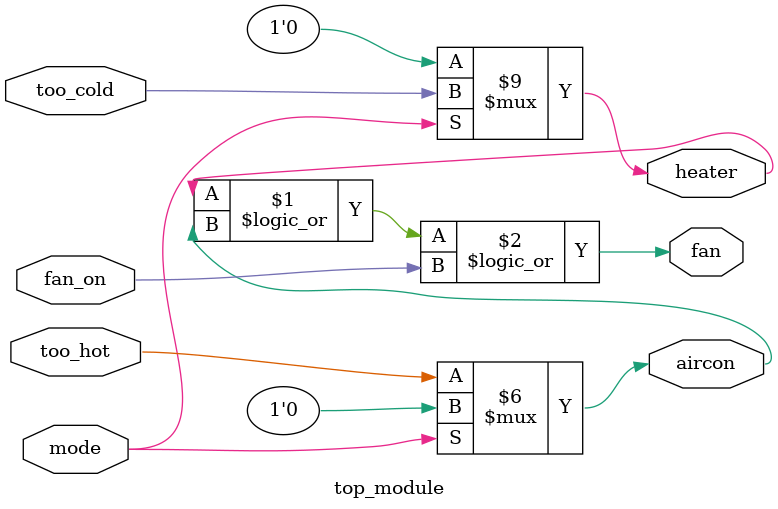
<source format=sv>
module top_module(
    input mode,
    input too_cold,
    input too_hot,
    input fan_on,
    output wire heater,
    output wire aircon,
    output wire fan
);

assign fan = (heater || aircon || fan_on);

always @(*) begin
    if (mode == 1) begin
        heater = too_cold;
        aircon = 0;
    end else begin
        heater = 0;
        aircon = too_hot;
    end
end

endmodule

</source>
